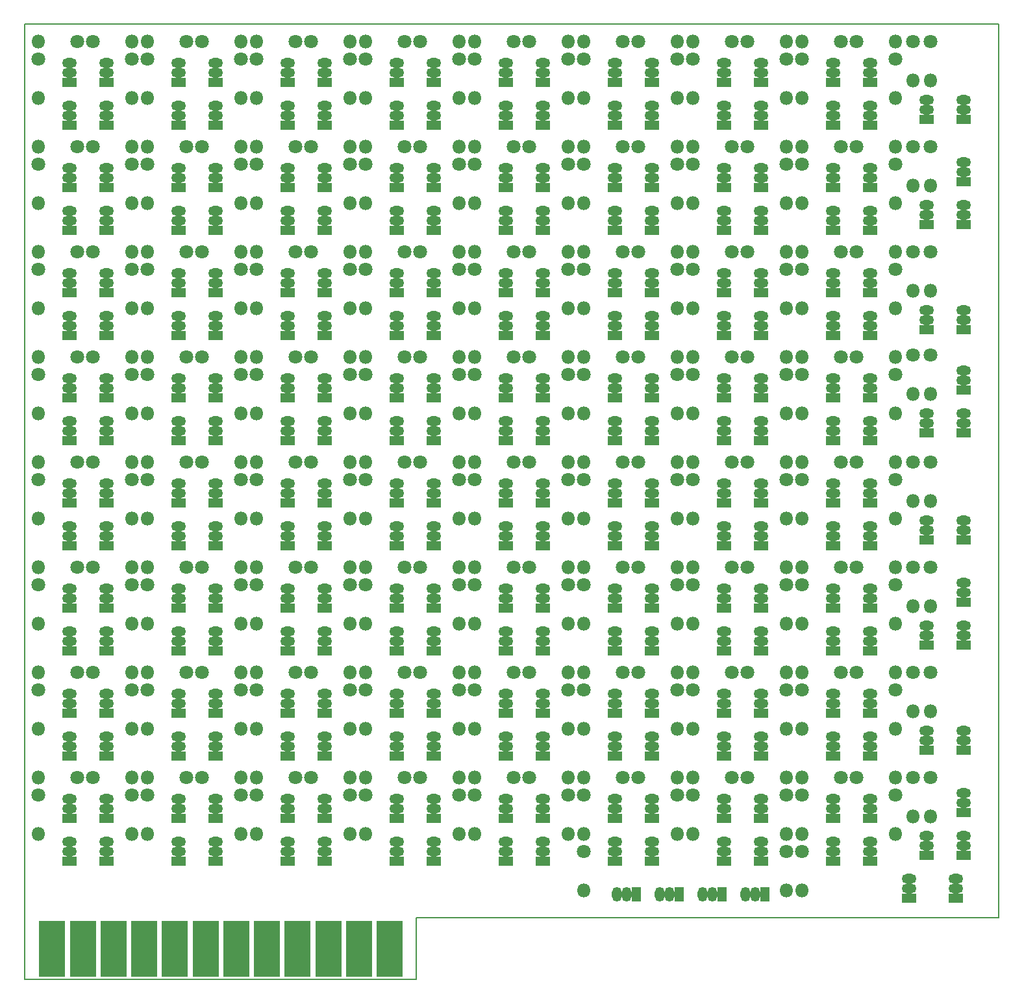
<source format=gbr>
%TF.GenerationSoftware,KiCad,Pcbnew,4.0.7-e2-6376~61~ubuntu18.04.1*%
%TF.CreationDate,2020-08-28T19:40:58+02:00*%
%TF.ProjectId,ram,72616D2E6B696361645F706362000000,rev?*%
%TF.FileFunction,Soldermask,Bot*%
%FSLAX46Y46*%
G04 Gerber Fmt 4.6, Leading zero omitted, Abs format (unit mm)*
G04 Created by KiCad (PCBNEW 4.0.7-e2-6376~61~ubuntu18.04.1) date Fri Aug 28 19:40:58 2020*
%MOMM*%
%LPD*%
G01*
G04 APERTURE LIST*
%ADD10C,0.100000*%
%ADD11C,0.150000*%
%ADD12O,1.300000X1.900000*%
%ADD13R,1.300000X1.900000*%
%ADD14R,3.400000X7.400000*%
%ADD15O,1.900000X1.300000*%
%ADD16R,1.900000X1.300000*%
%ADD17C,1.800000*%
%ADD18O,1.800000X1.800000*%
G04 APERTURE END LIST*
D10*
D11*
X79756000Y-150622000D02*
X80264000Y-150622000D01*
X79756000Y-158673800D02*
X79756000Y-150622000D01*
X28702000Y-158673800D02*
X79756000Y-158673800D01*
X28702000Y-151130000D02*
X28702000Y-158673800D01*
X127000000Y-150622000D02*
X80264000Y-150622000D01*
X28702000Y-34036000D02*
X28702000Y-151130000D01*
X28956000Y-34036000D02*
X28702000Y-34036000D01*
X155702000Y-34036000D02*
X28956000Y-34036000D01*
X155702000Y-116586000D02*
X155702000Y-34036000D01*
X155702000Y-150622000D02*
X155702000Y-116586000D01*
X127000000Y-150622000D02*
X155702000Y-150622000D01*
D12*
X107188000Y-147574000D03*
X105918000Y-147574000D03*
D13*
X108458000Y-147574000D03*
D12*
X118364000Y-147574000D03*
X117094000Y-147574000D03*
D13*
X119634000Y-147574000D03*
D14*
X32258000Y-154686000D03*
X36258000Y-154686000D03*
X40258000Y-154686000D03*
X44258000Y-154686000D03*
X48258000Y-154686000D03*
X52258000Y-154686000D03*
X56258000Y-154686000D03*
X60258000Y-154686000D03*
X64258000Y-154686000D03*
X68258000Y-154686000D03*
X72258000Y-154686000D03*
X76258000Y-154686000D03*
D15*
X34544000Y-40386000D03*
X34544000Y-39116000D03*
D16*
X34544000Y-41656000D03*
D15*
X39370000Y-40386000D03*
X39370000Y-39116000D03*
D16*
X39370000Y-41656000D03*
D15*
X48768000Y-40386000D03*
X48768000Y-39116000D03*
D16*
X48768000Y-41656000D03*
D15*
X53594000Y-40386000D03*
X53594000Y-39116000D03*
D16*
X53594000Y-41656000D03*
D15*
X62992000Y-40386000D03*
X62992000Y-39116000D03*
D16*
X62992000Y-41656000D03*
D15*
X67818000Y-40386000D03*
X67818000Y-39116000D03*
D16*
X67818000Y-41656000D03*
D15*
X77216000Y-40386000D03*
X77216000Y-39116000D03*
D16*
X77216000Y-41656000D03*
D15*
X82042000Y-40386000D03*
X82042000Y-39116000D03*
D16*
X82042000Y-41656000D03*
D15*
X91440000Y-40386000D03*
X91440000Y-39116000D03*
D16*
X91440000Y-41656000D03*
D15*
X96266000Y-40386000D03*
X96266000Y-39116000D03*
D16*
X96266000Y-41656000D03*
D15*
X105664000Y-40386000D03*
X105664000Y-39116000D03*
D16*
X105664000Y-41656000D03*
D15*
X110490000Y-40386000D03*
X110490000Y-39116000D03*
D16*
X110490000Y-41656000D03*
D15*
X119888000Y-40386000D03*
X119888000Y-39116000D03*
D16*
X119888000Y-41656000D03*
D15*
X124714000Y-40386000D03*
X124714000Y-39116000D03*
D16*
X124714000Y-41656000D03*
D15*
X134112000Y-40386000D03*
X134112000Y-39116000D03*
D16*
X134112000Y-41656000D03*
D15*
X138938000Y-40386000D03*
X138938000Y-39116000D03*
D16*
X138938000Y-41656000D03*
D15*
X34544000Y-45974000D03*
X34544000Y-44704000D03*
D16*
X34544000Y-47244000D03*
D15*
X39370000Y-45974000D03*
X39370000Y-44704000D03*
D16*
X39370000Y-47244000D03*
D15*
X48768000Y-45974000D03*
X48768000Y-44704000D03*
D16*
X48768000Y-47244000D03*
D15*
X53594000Y-45974000D03*
X53594000Y-44704000D03*
D16*
X53594000Y-47244000D03*
D15*
X62992000Y-45974000D03*
X62992000Y-44704000D03*
D16*
X62992000Y-47244000D03*
D15*
X67818000Y-45974000D03*
X67818000Y-44704000D03*
D16*
X67818000Y-47244000D03*
D15*
X77216000Y-45974000D03*
X77216000Y-44704000D03*
D16*
X77216000Y-47244000D03*
D15*
X82042000Y-45974000D03*
X82042000Y-44704000D03*
D16*
X82042000Y-47244000D03*
D15*
X91440000Y-45974000D03*
X91440000Y-44704000D03*
D16*
X91440000Y-47244000D03*
D15*
X96266000Y-45974000D03*
X96266000Y-44704000D03*
D16*
X96266000Y-47244000D03*
D15*
X105664000Y-45974000D03*
X105664000Y-44704000D03*
D16*
X105664000Y-47244000D03*
D15*
X110490000Y-45974000D03*
X110490000Y-44704000D03*
D16*
X110490000Y-47244000D03*
D15*
X119888000Y-45974000D03*
X119888000Y-44704000D03*
D16*
X119888000Y-47244000D03*
D15*
X124714000Y-45974000D03*
X124714000Y-44704000D03*
D16*
X124714000Y-47244000D03*
D15*
X134112000Y-45974000D03*
X134112000Y-44704000D03*
D16*
X134112000Y-47244000D03*
D15*
X138938000Y-45974000D03*
X138938000Y-44704000D03*
D16*
X138938000Y-47244000D03*
D15*
X146304000Y-45212000D03*
X146304000Y-43942000D03*
D16*
X146304000Y-46482000D03*
D15*
X151130000Y-45212000D03*
X151130000Y-43942000D03*
D16*
X151130000Y-46482000D03*
D15*
X34544000Y-54102000D03*
X34544000Y-52832000D03*
D16*
X34544000Y-55372000D03*
D15*
X39370000Y-54102000D03*
X39370000Y-52832000D03*
D16*
X39370000Y-55372000D03*
D15*
X48768000Y-54102000D03*
X48768000Y-52832000D03*
D16*
X48768000Y-55372000D03*
D15*
X53594000Y-54102000D03*
X53594000Y-52832000D03*
D16*
X53594000Y-55372000D03*
D15*
X62992000Y-54102000D03*
X62992000Y-52832000D03*
D16*
X62992000Y-55372000D03*
D15*
X67818000Y-54102000D03*
X67818000Y-52832000D03*
D16*
X67818000Y-55372000D03*
D15*
X77216000Y-54102000D03*
X77216000Y-52832000D03*
D16*
X77216000Y-55372000D03*
D15*
X82042000Y-54102000D03*
X82042000Y-52832000D03*
D16*
X82042000Y-55372000D03*
D15*
X91440000Y-54102000D03*
X91440000Y-52832000D03*
D16*
X91440000Y-55372000D03*
D15*
X96266000Y-54102000D03*
X96266000Y-52832000D03*
D16*
X96266000Y-55372000D03*
D15*
X105664000Y-54102000D03*
X105664000Y-52832000D03*
D16*
X105664000Y-55372000D03*
D15*
X110490000Y-54102000D03*
X110490000Y-52832000D03*
D16*
X110490000Y-55372000D03*
D15*
X119888000Y-54102000D03*
X119888000Y-52832000D03*
D16*
X119888000Y-55372000D03*
D15*
X124714000Y-54102000D03*
X124714000Y-52832000D03*
D16*
X124714000Y-55372000D03*
D15*
X134112000Y-54102000D03*
X134112000Y-52832000D03*
D16*
X134112000Y-55372000D03*
D15*
X138938000Y-54102000D03*
X138938000Y-52832000D03*
D16*
X138938000Y-55372000D03*
D15*
X34544000Y-59690000D03*
X34544000Y-58420000D03*
D16*
X34544000Y-60960000D03*
D15*
X39370000Y-59690000D03*
X39370000Y-58420000D03*
D16*
X39370000Y-60960000D03*
D15*
X48768000Y-59690000D03*
X48768000Y-58420000D03*
D16*
X48768000Y-60960000D03*
D15*
X53594000Y-59690000D03*
X53594000Y-58420000D03*
D16*
X53594000Y-60960000D03*
D15*
X62992000Y-59690000D03*
X62992000Y-58420000D03*
D16*
X62992000Y-60960000D03*
D15*
X67818000Y-59690000D03*
X67818000Y-58420000D03*
D16*
X67818000Y-60960000D03*
D15*
X77216000Y-59690000D03*
X77216000Y-58420000D03*
D16*
X77216000Y-60960000D03*
D15*
X82042000Y-59690000D03*
X82042000Y-58420000D03*
D16*
X82042000Y-60960000D03*
D15*
X91440000Y-59690000D03*
X91440000Y-58420000D03*
D16*
X91440000Y-60960000D03*
D15*
X96266000Y-59690000D03*
X96266000Y-58420000D03*
D16*
X96266000Y-60960000D03*
D15*
X105664000Y-59690000D03*
X105664000Y-58420000D03*
D16*
X105664000Y-60960000D03*
D15*
X110490000Y-59690000D03*
X110490000Y-58420000D03*
D16*
X110490000Y-60960000D03*
D15*
X119888000Y-59690000D03*
X119888000Y-58420000D03*
D16*
X119888000Y-60960000D03*
D15*
X124714000Y-59690000D03*
X124714000Y-58420000D03*
D16*
X124714000Y-60960000D03*
D15*
X134112000Y-59690000D03*
X134112000Y-58420000D03*
D16*
X134112000Y-60960000D03*
D15*
X138938000Y-59690000D03*
X138938000Y-58420000D03*
D16*
X138938000Y-60960000D03*
D15*
X146304000Y-58928000D03*
X146304000Y-57658000D03*
D16*
X146304000Y-60198000D03*
D15*
X151130000Y-58928000D03*
X151130000Y-57658000D03*
D16*
X151130000Y-60198000D03*
D15*
X34544000Y-67818000D03*
X34544000Y-66548000D03*
D16*
X34544000Y-69088000D03*
D15*
X39370000Y-67818000D03*
X39370000Y-66548000D03*
D16*
X39370000Y-69088000D03*
D15*
X48768000Y-67818000D03*
X48768000Y-66548000D03*
D16*
X48768000Y-69088000D03*
D15*
X53594000Y-67818000D03*
X53594000Y-66548000D03*
D16*
X53594000Y-69088000D03*
D15*
X62992000Y-67818000D03*
X62992000Y-66548000D03*
D16*
X62992000Y-69088000D03*
D15*
X67818000Y-67818000D03*
X67818000Y-66548000D03*
D16*
X67818000Y-69088000D03*
D15*
X77216000Y-67818000D03*
X77216000Y-66548000D03*
D16*
X77216000Y-69088000D03*
D15*
X82042000Y-67818000D03*
X82042000Y-66548000D03*
D16*
X82042000Y-69088000D03*
D15*
X91440000Y-67818000D03*
X91440000Y-66548000D03*
D16*
X91440000Y-69088000D03*
D15*
X96266000Y-67818000D03*
X96266000Y-66548000D03*
D16*
X96266000Y-69088000D03*
D15*
X105664000Y-67818000D03*
X105664000Y-66548000D03*
D16*
X105664000Y-69088000D03*
D15*
X110490000Y-67818000D03*
X110490000Y-66548000D03*
D16*
X110490000Y-69088000D03*
D15*
X119888000Y-67818000D03*
X119888000Y-66548000D03*
D16*
X119888000Y-69088000D03*
D15*
X124714000Y-67818000D03*
X124714000Y-66548000D03*
D16*
X124714000Y-69088000D03*
D15*
X134112000Y-67818000D03*
X134112000Y-66548000D03*
D16*
X134112000Y-69088000D03*
D15*
X138938000Y-67818000D03*
X138938000Y-66548000D03*
D16*
X138938000Y-69088000D03*
D15*
X34544000Y-73406000D03*
X34544000Y-72136000D03*
D16*
X34544000Y-74676000D03*
D15*
X39370000Y-73406000D03*
X39370000Y-72136000D03*
D16*
X39370000Y-74676000D03*
D15*
X48768000Y-73406000D03*
X48768000Y-72136000D03*
D16*
X48768000Y-74676000D03*
D15*
X53594000Y-73406000D03*
X53594000Y-72136000D03*
D16*
X53594000Y-74676000D03*
D15*
X62992000Y-73406000D03*
X62992000Y-72136000D03*
D16*
X62992000Y-74676000D03*
D15*
X67818000Y-73406000D03*
X67818000Y-72136000D03*
D16*
X67818000Y-74676000D03*
D15*
X77216000Y-73406000D03*
X77216000Y-72136000D03*
D16*
X77216000Y-74676000D03*
D15*
X82042000Y-73406000D03*
X82042000Y-72136000D03*
D16*
X82042000Y-74676000D03*
D15*
X91440000Y-73406000D03*
X91440000Y-72136000D03*
D16*
X91440000Y-74676000D03*
D15*
X96266000Y-73406000D03*
X96266000Y-72136000D03*
D16*
X96266000Y-74676000D03*
D15*
X105664000Y-73406000D03*
X105664000Y-72136000D03*
D16*
X105664000Y-74676000D03*
D15*
X110490000Y-73406000D03*
X110490000Y-72136000D03*
D16*
X110490000Y-74676000D03*
D15*
X119888000Y-73406000D03*
X119888000Y-72136000D03*
D16*
X119888000Y-74676000D03*
D15*
X124714000Y-73406000D03*
X124714000Y-72136000D03*
D16*
X124714000Y-74676000D03*
D15*
X134112000Y-73406000D03*
X134112000Y-72136000D03*
D16*
X134112000Y-74676000D03*
D15*
X138938000Y-73406000D03*
X138938000Y-72136000D03*
D16*
X138938000Y-74676000D03*
D15*
X151130000Y-53340000D03*
X151130000Y-52070000D03*
D16*
X151130000Y-54610000D03*
D15*
X146304000Y-72644000D03*
X146304000Y-71374000D03*
D16*
X146304000Y-73914000D03*
D15*
X151130000Y-72644000D03*
X151130000Y-71374000D03*
D16*
X151130000Y-73914000D03*
D15*
X34544000Y-81534000D03*
X34544000Y-80264000D03*
D16*
X34544000Y-82804000D03*
D15*
X39370000Y-81534000D03*
X39370000Y-80264000D03*
D16*
X39370000Y-82804000D03*
D15*
X48768000Y-81534000D03*
X48768000Y-80264000D03*
D16*
X48768000Y-82804000D03*
D15*
X53594000Y-81534000D03*
X53594000Y-80264000D03*
D16*
X53594000Y-82804000D03*
D15*
X62992000Y-81534000D03*
X62992000Y-80264000D03*
D16*
X62992000Y-82804000D03*
D15*
X67818000Y-81534000D03*
X67818000Y-80264000D03*
D16*
X67818000Y-82804000D03*
D15*
X77216000Y-81534000D03*
X77216000Y-80264000D03*
D16*
X77216000Y-82804000D03*
D15*
X82042000Y-81534000D03*
X82042000Y-80264000D03*
D16*
X82042000Y-82804000D03*
D15*
X91440000Y-81534000D03*
X91440000Y-80264000D03*
D16*
X91440000Y-82804000D03*
D15*
X96266000Y-81534000D03*
X96266000Y-80264000D03*
D16*
X96266000Y-82804000D03*
D15*
X105664000Y-81534000D03*
X105664000Y-80264000D03*
D16*
X105664000Y-82804000D03*
D15*
X110490000Y-81534000D03*
X110490000Y-80264000D03*
D16*
X110490000Y-82804000D03*
D15*
X119888000Y-81534000D03*
X119888000Y-80264000D03*
D16*
X119888000Y-82804000D03*
D15*
X124714000Y-81534000D03*
X124714000Y-80264000D03*
D16*
X124714000Y-82804000D03*
D15*
X134112000Y-81534000D03*
X134112000Y-80264000D03*
D16*
X134112000Y-82804000D03*
D15*
X138938000Y-81534000D03*
X138938000Y-80264000D03*
D16*
X138938000Y-82804000D03*
D15*
X34544000Y-87122000D03*
X34544000Y-85852000D03*
D16*
X34544000Y-88392000D03*
D15*
X39370000Y-87122000D03*
X39370000Y-85852000D03*
D16*
X39370000Y-88392000D03*
D15*
X48768000Y-87122000D03*
X48768000Y-85852000D03*
D16*
X48768000Y-88392000D03*
D15*
X53594000Y-87122000D03*
X53594000Y-85852000D03*
D16*
X53594000Y-88392000D03*
D15*
X62992000Y-87122000D03*
X62992000Y-85852000D03*
D16*
X62992000Y-88392000D03*
D15*
X67818000Y-87122000D03*
X67818000Y-85852000D03*
D16*
X67818000Y-88392000D03*
D15*
X77216000Y-87122000D03*
X77216000Y-85852000D03*
D16*
X77216000Y-88392000D03*
D15*
X82042000Y-87122000D03*
X82042000Y-85852000D03*
D16*
X82042000Y-88392000D03*
D15*
X91440000Y-87122000D03*
X91440000Y-85852000D03*
D16*
X91440000Y-88392000D03*
D15*
X96266000Y-87122000D03*
X96266000Y-85852000D03*
D16*
X96266000Y-88392000D03*
D15*
X105664000Y-87122000D03*
X105664000Y-85852000D03*
D16*
X105664000Y-88392000D03*
D15*
X110490000Y-87122000D03*
X110490000Y-85852000D03*
D16*
X110490000Y-88392000D03*
D15*
X119888000Y-87122000D03*
X119888000Y-85852000D03*
D16*
X119888000Y-88392000D03*
D15*
X124714000Y-87122000D03*
X124714000Y-85852000D03*
D16*
X124714000Y-88392000D03*
D15*
X134112000Y-87122000D03*
X134112000Y-85852000D03*
D16*
X134112000Y-88392000D03*
D15*
X138938000Y-87122000D03*
X138938000Y-85852000D03*
D16*
X138938000Y-88392000D03*
D15*
X146304000Y-86106000D03*
X146304000Y-84836000D03*
D16*
X146304000Y-87376000D03*
D15*
X151130000Y-86106000D03*
X151130000Y-84836000D03*
D16*
X151130000Y-87376000D03*
D15*
X34544000Y-95250000D03*
X34544000Y-93980000D03*
D16*
X34544000Y-96520000D03*
D15*
X39370000Y-95250000D03*
X39370000Y-93980000D03*
D16*
X39370000Y-96520000D03*
D15*
X48768000Y-95250000D03*
X48768000Y-93980000D03*
D16*
X48768000Y-96520000D03*
D15*
X53594000Y-95250000D03*
X53594000Y-93980000D03*
D16*
X53594000Y-96520000D03*
D15*
X62992000Y-95250000D03*
X62992000Y-93980000D03*
D16*
X62992000Y-96520000D03*
D15*
X67818000Y-95250000D03*
X67818000Y-93980000D03*
D16*
X67818000Y-96520000D03*
D15*
X77216000Y-95250000D03*
X77216000Y-93980000D03*
D16*
X77216000Y-96520000D03*
D15*
X82042000Y-95250000D03*
X82042000Y-93980000D03*
D16*
X82042000Y-96520000D03*
D15*
X91440000Y-95250000D03*
X91440000Y-93980000D03*
D16*
X91440000Y-96520000D03*
D15*
X96266000Y-95250000D03*
X96266000Y-93980000D03*
D16*
X96266000Y-96520000D03*
D15*
X105664000Y-95250000D03*
X105664000Y-93980000D03*
D16*
X105664000Y-96520000D03*
D15*
X110490000Y-95250000D03*
X110490000Y-93980000D03*
D16*
X110490000Y-96520000D03*
D15*
X119888000Y-95250000D03*
X119888000Y-93980000D03*
D16*
X119888000Y-96520000D03*
D15*
X124714000Y-95250000D03*
X124714000Y-93980000D03*
D16*
X124714000Y-96520000D03*
D15*
X134112000Y-95250000D03*
X134112000Y-93980000D03*
D16*
X134112000Y-96520000D03*
D15*
X138938000Y-95250000D03*
X138938000Y-93980000D03*
D16*
X138938000Y-96520000D03*
D15*
X34544000Y-100838000D03*
X34544000Y-99568000D03*
D16*
X34544000Y-102108000D03*
D15*
X39370000Y-100838000D03*
X39370000Y-99568000D03*
D16*
X39370000Y-102108000D03*
D15*
X48768000Y-100838000D03*
X48768000Y-99568000D03*
D16*
X48768000Y-102108000D03*
D15*
X53594000Y-100838000D03*
X53594000Y-99568000D03*
D16*
X53594000Y-102108000D03*
D15*
X62992000Y-100838000D03*
X62992000Y-99568000D03*
D16*
X62992000Y-102108000D03*
D15*
X67818000Y-100838000D03*
X67818000Y-99568000D03*
D16*
X67818000Y-102108000D03*
D15*
X77216000Y-100838000D03*
X77216000Y-99568000D03*
D16*
X77216000Y-102108000D03*
D15*
X82042000Y-100838000D03*
X82042000Y-99568000D03*
D16*
X82042000Y-102108000D03*
D15*
X91440000Y-100838000D03*
X91440000Y-99568000D03*
D16*
X91440000Y-102108000D03*
D15*
X96266000Y-100838000D03*
X96266000Y-99568000D03*
D16*
X96266000Y-102108000D03*
D15*
X105664000Y-100838000D03*
X105664000Y-99568000D03*
D16*
X105664000Y-102108000D03*
D15*
X110490000Y-100838000D03*
X110490000Y-99568000D03*
D16*
X110490000Y-102108000D03*
D15*
X119888000Y-100838000D03*
X119888000Y-99568000D03*
D16*
X119888000Y-102108000D03*
D15*
X124714000Y-100838000D03*
X124714000Y-99568000D03*
D16*
X124714000Y-102108000D03*
D15*
X134112000Y-100838000D03*
X134112000Y-99568000D03*
D16*
X134112000Y-102108000D03*
D15*
X138938000Y-100838000D03*
X138938000Y-99568000D03*
D16*
X138938000Y-102108000D03*
D15*
X151130000Y-80518000D03*
X151130000Y-79248000D03*
D16*
X151130000Y-81788000D03*
D12*
X123952000Y-147574000D03*
X122682000Y-147574000D03*
D13*
X125222000Y-147574000D03*
D15*
X146304000Y-100076000D03*
X146304000Y-98806000D03*
D16*
X146304000Y-101346000D03*
D15*
X151130000Y-100076000D03*
X151130000Y-98806000D03*
D16*
X151130000Y-101346000D03*
D15*
X34544000Y-108966000D03*
X34544000Y-107696000D03*
D16*
X34544000Y-110236000D03*
D15*
X39370000Y-108966000D03*
X39370000Y-107696000D03*
D16*
X39370000Y-110236000D03*
D15*
X48768000Y-108966000D03*
X48768000Y-107696000D03*
D16*
X48768000Y-110236000D03*
D15*
X53594000Y-108966000D03*
X53594000Y-107696000D03*
D16*
X53594000Y-110236000D03*
D15*
X62992000Y-108966000D03*
X62992000Y-107696000D03*
D16*
X62992000Y-110236000D03*
D15*
X67818000Y-108966000D03*
X67818000Y-107696000D03*
D16*
X67818000Y-110236000D03*
D15*
X77216000Y-108966000D03*
X77216000Y-107696000D03*
D16*
X77216000Y-110236000D03*
D15*
X82042000Y-108966000D03*
X82042000Y-107696000D03*
D16*
X82042000Y-110236000D03*
D15*
X91440000Y-108966000D03*
X91440000Y-107696000D03*
D16*
X91440000Y-110236000D03*
D15*
X96266000Y-108966000D03*
X96266000Y-107696000D03*
D16*
X96266000Y-110236000D03*
D15*
X105664000Y-108966000D03*
X105664000Y-107696000D03*
D16*
X105664000Y-110236000D03*
D15*
X110490000Y-108966000D03*
X110490000Y-107696000D03*
D16*
X110490000Y-110236000D03*
D15*
X119888000Y-108966000D03*
X119888000Y-107696000D03*
D16*
X119888000Y-110236000D03*
D15*
X124714000Y-108966000D03*
X124714000Y-107696000D03*
D16*
X124714000Y-110236000D03*
D15*
X134112000Y-108966000D03*
X134112000Y-107696000D03*
D16*
X134112000Y-110236000D03*
D15*
X138938000Y-108966000D03*
X138938000Y-107696000D03*
D16*
X138938000Y-110236000D03*
D15*
X34544000Y-114554000D03*
X34544000Y-113284000D03*
D16*
X34544000Y-115824000D03*
D15*
X39370000Y-114554000D03*
X39370000Y-113284000D03*
D16*
X39370000Y-115824000D03*
D15*
X48768000Y-114554000D03*
X48768000Y-113284000D03*
D16*
X48768000Y-115824000D03*
D15*
X53594000Y-114554000D03*
X53594000Y-113284000D03*
D16*
X53594000Y-115824000D03*
D15*
X62992000Y-114554000D03*
X62992000Y-113284000D03*
D16*
X62992000Y-115824000D03*
D15*
X67818000Y-114554000D03*
X67818000Y-113284000D03*
D16*
X67818000Y-115824000D03*
D15*
X77216000Y-114554000D03*
X77216000Y-113284000D03*
D16*
X77216000Y-115824000D03*
D15*
X82042000Y-114554000D03*
X82042000Y-113284000D03*
D16*
X82042000Y-115824000D03*
D15*
X91440000Y-114554000D03*
X91440000Y-113284000D03*
D16*
X91440000Y-115824000D03*
D15*
X96266000Y-114554000D03*
X96266000Y-113284000D03*
D16*
X96266000Y-115824000D03*
D15*
X105664000Y-114554000D03*
X105664000Y-113284000D03*
D16*
X105664000Y-115824000D03*
D15*
X110490000Y-114554000D03*
X110490000Y-113284000D03*
D16*
X110490000Y-115824000D03*
D15*
X119888000Y-114554000D03*
X119888000Y-113284000D03*
D16*
X119888000Y-115824000D03*
D15*
X124714000Y-114554000D03*
X124714000Y-113284000D03*
D16*
X124714000Y-115824000D03*
D15*
X134112000Y-114554000D03*
X134112000Y-113284000D03*
D16*
X134112000Y-115824000D03*
D15*
X138938000Y-114554000D03*
X138938000Y-113284000D03*
D16*
X138938000Y-115824000D03*
D15*
X146304000Y-113792000D03*
X146304000Y-112522000D03*
D16*
X146304000Y-115062000D03*
D15*
X151130000Y-113792000D03*
X151130000Y-112522000D03*
D16*
X151130000Y-115062000D03*
D15*
X34544000Y-122682000D03*
X34544000Y-121412000D03*
D16*
X34544000Y-123952000D03*
D15*
X39370000Y-122682000D03*
X39370000Y-121412000D03*
D16*
X39370000Y-123952000D03*
D15*
X48768000Y-122682000D03*
X48768000Y-121412000D03*
D16*
X48768000Y-123952000D03*
D15*
X53594000Y-122682000D03*
X53594000Y-121412000D03*
D16*
X53594000Y-123952000D03*
D15*
X62992000Y-122682000D03*
X62992000Y-121412000D03*
D16*
X62992000Y-123952000D03*
D15*
X67818000Y-122682000D03*
X67818000Y-121412000D03*
D16*
X67818000Y-123952000D03*
D15*
X77216000Y-122682000D03*
X77216000Y-121412000D03*
D16*
X77216000Y-123952000D03*
D15*
X82042000Y-122682000D03*
X82042000Y-121412000D03*
D16*
X82042000Y-123952000D03*
D15*
X91440000Y-122682000D03*
X91440000Y-121412000D03*
D16*
X91440000Y-123952000D03*
D15*
X96266000Y-122682000D03*
X96266000Y-121412000D03*
D16*
X96266000Y-123952000D03*
D15*
X105664000Y-122682000D03*
X105664000Y-121412000D03*
D16*
X105664000Y-123952000D03*
D15*
X110490000Y-122682000D03*
X110490000Y-121412000D03*
D16*
X110490000Y-123952000D03*
D15*
X119888000Y-122682000D03*
X119888000Y-121412000D03*
D16*
X119888000Y-123952000D03*
D15*
X124714000Y-122682000D03*
X124714000Y-121412000D03*
D16*
X124714000Y-123952000D03*
D15*
X134112000Y-122682000D03*
X134112000Y-121412000D03*
D16*
X134112000Y-123952000D03*
D15*
X138938000Y-122682000D03*
X138938000Y-121412000D03*
D16*
X138938000Y-123952000D03*
D15*
X34544000Y-128270000D03*
X34544000Y-127000000D03*
D16*
X34544000Y-129540000D03*
D15*
X39370000Y-128270000D03*
X39370000Y-127000000D03*
D16*
X39370000Y-129540000D03*
D15*
X48768000Y-128270000D03*
X48768000Y-127000000D03*
D16*
X48768000Y-129540000D03*
D15*
X53594000Y-128270000D03*
X53594000Y-127000000D03*
D16*
X53594000Y-129540000D03*
D15*
X62992000Y-128270000D03*
X62992000Y-127000000D03*
D16*
X62992000Y-129540000D03*
D15*
X67818000Y-128270000D03*
X67818000Y-127000000D03*
D16*
X67818000Y-129540000D03*
D15*
X77216000Y-128270000D03*
X77216000Y-127000000D03*
D16*
X77216000Y-129540000D03*
D15*
X82042000Y-128270000D03*
X82042000Y-127000000D03*
D16*
X82042000Y-129540000D03*
D15*
X91440000Y-128270000D03*
X91440000Y-127000000D03*
D16*
X91440000Y-129540000D03*
D15*
X96266000Y-128270000D03*
X96266000Y-127000000D03*
D16*
X96266000Y-129540000D03*
D15*
X105664000Y-128270000D03*
X105664000Y-127000000D03*
D16*
X105664000Y-129540000D03*
D15*
X110490000Y-128270000D03*
X110490000Y-127000000D03*
D16*
X110490000Y-129540000D03*
D15*
X119888000Y-128270000D03*
X119888000Y-127000000D03*
D16*
X119888000Y-129540000D03*
D15*
X124714000Y-128270000D03*
X124714000Y-127000000D03*
D16*
X124714000Y-129540000D03*
D15*
X134112000Y-128270000D03*
X134112000Y-127000000D03*
D16*
X134112000Y-129540000D03*
D15*
X138938000Y-128270000D03*
X138938000Y-127000000D03*
D16*
X138938000Y-129540000D03*
D15*
X151130000Y-108204000D03*
X151130000Y-106934000D03*
D16*
X151130000Y-109474000D03*
D15*
X146304000Y-127508000D03*
X146304000Y-126238000D03*
D16*
X146304000Y-128778000D03*
D15*
X151130000Y-127508000D03*
X151130000Y-126238000D03*
D16*
X151130000Y-128778000D03*
D15*
X34544000Y-136398000D03*
X34544000Y-135128000D03*
D16*
X34544000Y-137668000D03*
D15*
X39370000Y-136398000D03*
X39370000Y-135128000D03*
D16*
X39370000Y-137668000D03*
D15*
X48768000Y-136398000D03*
X48768000Y-135128000D03*
D16*
X48768000Y-137668000D03*
D15*
X53594000Y-136398000D03*
X53594000Y-135128000D03*
D16*
X53594000Y-137668000D03*
D15*
X62992000Y-136398000D03*
X62992000Y-135128000D03*
D16*
X62992000Y-137668000D03*
D15*
X67818000Y-136398000D03*
X67818000Y-135128000D03*
D16*
X67818000Y-137668000D03*
D15*
X77216000Y-136398000D03*
X77216000Y-135128000D03*
D16*
X77216000Y-137668000D03*
D15*
X82042000Y-136398000D03*
X82042000Y-135128000D03*
D16*
X82042000Y-137668000D03*
D15*
X91440000Y-136398000D03*
X91440000Y-135128000D03*
D16*
X91440000Y-137668000D03*
D15*
X96266000Y-136398000D03*
X96266000Y-135128000D03*
D16*
X96266000Y-137668000D03*
D15*
X105664000Y-136398000D03*
X105664000Y-135128000D03*
D16*
X105664000Y-137668000D03*
D15*
X110490000Y-136398000D03*
X110490000Y-135128000D03*
D16*
X110490000Y-137668000D03*
D15*
X119888000Y-136398000D03*
X119888000Y-135128000D03*
D16*
X119888000Y-137668000D03*
D15*
X124714000Y-136398000D03*
X124714000Y-135128000D03*
D16*
X124714000Y-137668000D03*
D15*
X134112000Y-136398000D03*
X134112000Y-135128000D03*
D16*
X134112000Y-137668000D03*
D15*
X138938000Y-136398000D03*
X138938000Y-135128000D03*
D16*
X138938000Y-137668000D03*
D15*
X34544000Y-141986000D03*
X34544000Y-140716000D03*
D16*
X34544000Y-143256000D03*
D15*
X39370000Y-141986000D03*
X39370000Y-140716000D03*
D16*
X39370000Y-143256000D03*
D15*
X48768000Y-141986000D03*
X48768000Y-140716000D03*
D16*
X48768000Y-143256000D03*
D15*
X53594000Y-141986000D03*
X53594000Y-140716000D03*
D16*
X53594000Y-143256000D03*
D15*
X62992000Y-141986000D03*
X62992000Y-140716000D03*
D16*
X62992000Y-143256000D03*
D15*
X67818000Y-141986000D03*
X67818000Y-140716000D03*
D16*
X67818000Y-143256000D03*
D15*
X77216000Y-141986000D03*
X77216000Y-140716000D03*
D16*
X77216000Y-143256000D03*
D15*
X82042000Y-141986000D03*
X82042000Y-140716000D03*
D16*
X82042000Y-143256000D03*
D15*
X91440000Y-141986000D03*
X91440000Y-140716000D03*
D16*
X91440000Y-143256000D03*
D15*
X96266000Y-141986000D03*
X96266000Y-140716000D03*
D16*
X96266000Y-143256000D03*
D15*
X105664000Y-141986000D03*
X105664000Y-140716000D03*
D16*
X105664000Y-143256000D03*
D15*
X110490000Y-141986000D03*
X110490000Y-140716000D03*
D16*
X110490000Y-143256000D03*
D15*
X119888000Y-141986000D03*
X119888000Y-140716000D03*
D16*
X119888000Y-143256000D03*
D15*
X124714000Y-141986000D03*
X124714000Y-140716000D03*
D16*
X124714000Y-143256000D03*
D15*
X134112000Y-141986000D03*
X134112000Y-140716000D03*
D16*
X134112000Y-143256000D03*
D15*
X138938000Y-141986000D03*
X138938000Y-140716000D03*
D16*
X138938000Y-143256000D03*
D15*
X146304000Y-141224000D03*
X146304000Y-139954000D03*
D16*
X146304000Y-142494000D03*
D15*
X151130000Y-141224000D03*
X151130000Y-139954000D03*
D16*
X151130000Y-142494000D03*
D15*
X151130000Y-135636000D03*
X151130000Y-134366000D03*
D16*
X151130000Y-136906000D03*
D15*
X144018000Y-146812000D03*
X144018000Y-145542000D03*
D16*
X144018000Y-148082000D03*
D15*
X150114000Y-146812000D03*
X150114000Y-145542000D03*
D16*
X150114000Y-148082000D03*
D12*
X112776000Y-147574000D03*
X111506000Y-147574000D03*
D13*
X114046000Y-147574000D03*
D17*
X35560000Y-36322000D03*
D18*
X30480000Y-36322000D03*
D17*
X37592000Y-36322000D03*
D18*
X42672000Y-36322000D03*
D17*
X49784000Y-36322000D03*
D18*
X44704000Y-36322000D03*
D17*
X51816000Y-36322000D03*
D18*
X56896000Y-36322000D03*
D17*
X64008000Y-36322000D03*
D18*
X58928000Y-36322000D03*
D17*
X66040000Y-36322000D03*
D18*
X71120000Y-36322000D03*
D17*
X78232000Y-36322000D03*
D18*
X73152000Y-36322000D03*
D17*
X80264000Y-36322000D03*
D18*
X85344000Y-36322000D03*
D17*
X92456000Y-36322000D03*
D18*
X87376000Y-36322000D03*
D17*
X94488000Y-36322000D03*
D18*
X99568000Y-36322000D03*
D17*
X106680000Y-36322000D03*
D18*
X101600000Y-36322000D03*
D17*
X108712000Y-36322000D03*
D18*
X113792000Y-36322000D03*
D17*
X120904000Y-36322000D03*
D18*
X115824000Y-36322000D03*
D17*
X122936000Y-36322000D03*
D18*
X128016000Y-36322000D03*
D17*
X135128000Y-36322000D03*
D18*
X130048000Y-36322000D03*
D17*
X137160000Y-36322000D03*
D18*
X142240000Y-36322000D03*
D17*
X30480000Y-38608000D03*
D18*
X30480000Y-43688000D03*
D17*
X42672000Y-38608000D03*
D18*
X42672000Y-43688000D03*
D17*
X44704000Y-38608000D03*
D18*
X44704000Y-43688000D03*
D17*
X56896000Y-38608000D03*
D18*
X56896000Y-43688000D03*
D17*
X58928000Y-38608000D03*
D18*
X58928000Y-43688000D03*
D17*
X71120000Y-38608000D03*
D18*
X71120000Y-43688000D03*
D17*
X73152000Y-38608000D03*
D18*
X73152000Y-43688000D03*
D17*
X85344000Y-38608000D03*
D18*
X85344000Y-43688000D03*
D17*
X87376000Y-38608000D03*
D18*
X87376000Y-43688000D03*
D17*
X99568000Y-38608000D03*
D18*
X99568000Y-43688000D03*
D17*
X101600000Y-38608000D03*
D18*
X101600000Y-43688000D03*
D17*
X113792000Y-38608000D03*
D18*
X113792000Y-43688000D03*
D17*
X115824000Y-38608000D03*
D18*
X115824000Y-43688000D03*
D17*
X128016000Y-38608000D03*
D18*
X128016000Y-43688000D03*
D17*
X130048000Y-38608000D03*
D18*
X130048000Y-43688000D03*
D17*
X142240000Y-38608000D03*
D18*
X142240000Y-43688000D03*
D17*
X144526000Y-36322000D03*
D18*
X144526000Y-41402000D03*
D17*
X146812000Y-36322000D03*
D18*
X146812000Y-41402000D03*
D17*
X35560000Y-50038000D03*
D18*
X30480000Y-50038000D03*
D17*
X37592000Y-50038000D03*
D18*
X42672000Y-50038000D03*
D17*
X49784000Y-50038000D03*
D18*
X44704000Y-50038000D03*
D17*
X51816000Y-50038000D03*
D18*
X56896000Y-50038000D03*
D17*
X64008000Y-50038000D03*
D18*
X58928000Y-50038000D03*
D17*
X66040000Y-50038000D03*
D18*
X71120000Y-50038000D03*
D17*
X78232000Y-50038000D03*
D18*
X73152000Y-50038000D03*
D17*
X80264000Y-50038000D03*
D18*
X85344000Y-50038000D03*
D17*
X92456000Y-50038000D03*
D18*
X87376000Y-50038000D03*
D17*
X94488000Y-50038000D03*
D18*
X99568000Y-50038000D03*
D17*
X106680000Y-50038000D03*
D18*
X101600000Y-50038000D03*
D17*
X108712000Y-50038000D03*
D18*
X113792000Y-50038000D03*
D17*
X120904000Y-50038000D03*
D18*
X115824000Y-50038000D03*
D17*
X122936000Y-50038000D03*
D18*
X128016000Y-50038000D03*
D17*
X135128000Y-50038000D03*
D18*
X130048000Y-50038000D03*
D17*
X137160000Y-50038000D03*
D18*
X142240000Y-50038000D03*
D17*
X30480000Y-52324000D03*
D18*
X30480000Y-57404000D03*
D17*
X42672000Y-52324000D03*
D18*
X42672000Y-57404000D03*
D17*
X44704000Y-52324000D03*
D18*
X44704000Y-57404000D03*
D17*
X56896000Y-52324000D03*
D18*
X56896000Y-57404000D03*
D17*
X58928000Y-52324000D03*
D18*
X58928000Y-57404000D03*
D17*
X71120000Y-52324000D03*
D18*
X71120000Y-57404000D03*
D17*
X73152000Y-52324000D03*
D18*
X73152000Y-57404000D03*
D17*
X85344000Y-52324000D03*
D18*
X85344000Y-57404000D03*
D17*
X87376000Y-52324000D03*
D18*
X87376000Y-57404000D03*
D17*
X99568000Y-52324000D03*
D18*
X99568000Y-57404000D03*
D17*
X101600000Y-52324000D03*
D18*
X101600000Y-57404000D03*
D17*
X113792000Y-52324000D03*
D18*
X113792000Y-57404000D03*
D17*
X115824000Y-52324000D03*
D18*
X115824000Y-57404000D03*
D17*
X128016000Y-52324000D03*
D18*
X128016000Y-57404000D03*
D17*
X130048000Y-52324000D03*
D18*
X130048000Y-57404000D03*
D17*
X142240000Y-52324000D03*
D18*
X142240000Y-57404000D03*
D17*
X144526000Y-50038000D03*
D18*
X144526000Y-55118000D03*
D17*
X146812000Y-50038000D03*
D18*
X146812000Y-55118000D03*
D17*
X35560000Y-63754000D03*
D18*
X30480000Y-63754000D03*
D17*
X37592000Y-63754000D03*
D18*
X42672000Y-63754000D03*
D17*
X49784000Y-63754000D03*
D18*
X44704000Y-63754000D03*
D17*
X51816000Y-63754000D03*
D18*
X56896000Y-63754000D03*
D17*
X64008000Y-63754000D03*
D18*
X58928000Y-63754000D03*
D17*
X66040000Y-63754000D03*
D18*
X71120000Y-63754000D03*
D17*
X78232000Y-63754000D03*
D18*
X73152000Y-63754000D03*
D17*
X80264000Y-63754000D03*
D18*
X85344000Y-63754000D03*
D17*
X92456000Y-63754000D03*
D18*
X87376000Y-63754000D03*
D17*
X94488000Y-63754000D03*
D18*
X99568000Y-63754000D03*
D17*
X106680000Y-63754000D03*
D18*
X101600000Y-63754000D03*
D17*
X108712000Y-63754000D03*
D18*
X113792000Y-63754000D03*
D17*
X120904000Y-63754000D03*
D18*
X115824000Y-63754000D03*
D17*
X122936000Y-63754000D03*
D18*
X128016000Y-63754000D03*
D17*
X135128000Y-63754000D03*
D18*
X130048000Y-63754000D03*
D17*
X137160000Y-63754000D03*
D18*
X142240000Y-63754000D03*
D17*
X30480000Y-66040000D03*
D18*
X30480000Y-71120000D03*
D17*
X42672000Y-66040000D03*
D18*
X42672000Y-71120000D03*
D17*
X44704000Y-66040000D03*
D18*
X44704000Y-71120000D03*
D17*
X56896000Y-66040000D03*
D18*
X56896000Y-71120000D03*
D17*
X58928000Y-66040000D03*
D18*
X58928000Y-71120000D03*
D17*
X71120000Y-66040000D03*
D18*
X71120000Y-71120000D03*
D17*
X73152000Y-66040000D03*
D18*
X73152000Y-71120000D03*
D17*
X85344000Y-66040000D03*
D18*
X85344000Y-71120000D03*
D17*
X87376000Y-66040000D03*
D18*
X87376000Y-71120000D03*
D17*
X99568000Y-66040000D03*
D18*
X99568000Y-71120000D03*
D17*
X101600000Y-66040000D03*
D18*
X101600000Y-71120000D03*
D17*
X113792000Y-66040000D03*
D18*
X113792000Y-71120000D03*
D17*
X115824000Y-66040000D03*
D18*
X115824000Y-71120000D03*
D17*
X128016000Y-66040000D03*
D18*
X128016000Y-71120000D03*
D17*
X130048000Y-66040000D03*
D18*
X130048000Y-71120000D03*
D17*
X142240000Y-66040000D03*
D18*
X142240000Y-71120000D03*
D17*
X144526000Y-63754000D03*
D18*
X144526000Y-68834000D03*
D17*
X146812000Y-63754000D03*
D18*
X146812000Y-68834000D03*
D17*
X35560000Y-77470000D03*
D18*
X30480000Y-77470000D03*
D17*
X37592000Y-77470000D03*
D18*
X42672000Y-77470000D03*
D17*
X49784000Y-77470000D03*
D18*
X44704000Y-77470000D03*
D17*
X51816000Y-77470000D03*
D18*
X56896000Y-77470000D03*
D17*
X64008000Y-77470000D03*
D18*
X58928000Y-77470000D03*
D17*
X66040000Y-77470000D03*
D18*
X71120000Y-77470000D03*
D17*
X78232000Y-77470000D03*
D18*
X73152000Y-77470000D03*
D17*
X80264000Y-77470000D03*
D18*
X85344000Y-77470000D03*
D17*
X92456000Y-77470000D03*
D18*
X87376000Y-77470000D03*
D17*
X94488000Y-77470000D03*
D18*
X99568000Y-77470000D03*
D17*
X106680000Y-77470000D03*
D18*
X101600000Y-77470000D03*
D17*
X108712000Y-77470000D03*
D18*
X113792000Y-77470000D03*
D17*
X120904000Y-77470000D03*
D18*
X115824000Y-77470000D03*
D17*
X122936000Y-77470000D03*
D18*
X128016000Y-77470000D03*
D17*
X135128000Y-77470000D03*
D18*
X130048000Y-77470000D03*
D17*
X137160000Y-77470000D03*
D18*
X142240000Y-77470000D03*
D17*
X30480000Y-79756000D03*
D18*
X30480000Y-84836000D03*
D17*
X42672000Y-79756000D03*
D18*
X42672000Y-84836000D03*
D17*
X44704000Y-79756000D03*
D18*
X44704000Y-84836000D03*
D17*
X56896000Y-79756000D03*
D18*
X56896000Y-84836000D03*
D17*
X58928000Y-79756000D03*
D18*
X58928000Y-84836000D03*
D17*
X71120000Y-79756000D03*
D18*
X71120000Y-84836000D03*
D17*
X73152000Y-79756000D03*
D18*
X73152000Y-84836000D03*
D17*
X85344000Y-79756000D03*
D18*
X85344000Y-84836000D03*
D17*
X87376000Y-79756000D03*
D18*
X87376000Y-84836000D03*
D17*
X99568000Y-79756000D03*
D18*
X99568000Y-84836000D03*
D17*
X101600000Y-79756000D03*
D18*
X101600000Y-84836000D03*
D17*
X113792000Y-79756000D03*
D18*
X113792000Y-84836000D03*
D17*
X115824000Y-79756000D03*
D18*
X115824000Y-84836000D03*
D17*
X128016000Y-79756000D03*
D18*
X128016000Y-84836000D03*
D17*
X130048000Y-79756000D03*
D18*
X130048000Y-84836000D03*
D17*
X142240000Y-79756000D03*
D18*
X142240000Y-84836000D03*
D17*
X144526000Y-77216000D03*
D18*
X144526000Y-82296000D03*
D17*
X146812000Y-77216000D03*
D18*
X146812000Y-82296000D03*
D17*
X35560000Y-91186000D03*
D18*
X30480000Y-91186000D03*
D17*
X37592000Y-91186000D03*
D18*
X42672000Y-91186000D03*
D17*
X49784000Y-91186000D03*
D18*
X44704000Y-91186000D03*
D17*
X51816000Y-91186000D03*
D18*
X56896000Y-91186000D03*
D17*
X64008000Y-91186000D03*
D18*
X58928000Y-91186000D03*
D17*
X66040000Y-91186000D03*
D18*
X71120000Y-91186000D03*
D17*
X78232000Y-91186000D03*
D18*
X73152000Y-91186000D03*
D17*
X80264000Y-91186000D03*
D18*
X85344000Y-91186000D03*
D17*
X92456000Y-91186000D03*
D18*
X87376000Y-91186000D03*
D17*
X94488000Y-91186000D03*
D18*
X99568000Y-91186000D03*
D17*
X106680000Y-91186000D03*
D18*
X101600000Y-91186000D03*
D17*
X108712000Y-91186000D03*
D18*
X113792000Y-91186000D03*
D17*
X120904000Y-91186000D03*
D18*
X115824000Y-91186000D03*
D17*
X122936000Y-91186000D03*
D18*
X128016000Y-91186000D03*
D17*
X135128000Y-91186000D03*
D18*
X130048000Y-91186000D03*
D17*
X137160000Y-91186000D03*
D18*
X142240000Y-91186000D03*
D17*
X30480000Y-93472000D03*
D18*
X30480000Y-98552000D03*
D17*
X42672000Y-93472000D03*
D18*
X42672000Y-98552000D03*
D17*
X44704000Y-93472000D03*
D18*
X44704000Y-98552000D03*
D17*
X56896000Y-93472000D03*
D18*
X56896000Y-98552000D03*
D17*
X58928000Y-93472000D03*
D18*
X58928000Y-98552000D03*
D17*
X71120000Y-93472000D03*
D18*
X71120000Y-98552000D03*
D17*
X73152000Y-93472000D03*
D18*
X73152000Y-98552000D03*
D17*
X85344000Y-93472000D03*
D18*
X85344000Y-98552000D03*
D17*
X87376000Y-93472000D03*
D18*
X87376000Y-98552000D03*
D17*
X99568000Y-93472000D03*
D18*
X99568000Y-98552000D03*
D17*
X101600000Y-93472000D03*
D18*
X101600000Y-98552000D03*
D17*
X113792000Y-93472000D03*
D18*
X113792000Y-98552000D03*
D17*
X115824000Y-93472000D03*
D18*
X115824000Y-98552000D03*
D17*
X128016000Y-93472000D03*
D18*
X128016000Y-98552000D03*
D17*
X130048000Y-93472000D03*
D18*
X130048000Y-98552000D03*
D17*
X142240000Y-93472000D03*
D18*
X142240000Y-98552000D03*
D17*
X144526000Y-91186000D03*
D18*
X144526000Y-96266000D03*
D17*
X146812000Y-91186000D03*
D18*
X146812000Y-96266000D03*
D17*
X35560000Y-104902000D03*
D18*
X30480000Y-104902000D03*
D17*
X37592000Y-104902000D03*
D18*
X42672000Y-104902000D03*
D17*
X49784000Y-104902000D03*
D18*
X44704000Y-104902000D03*
D17*
X51816000Y-104902000D03*
D18*
X56896000Y-104902000D03*
D17*
X64008000Y-104902000D03*
D18*
X58928000Y-104902000D03*
D17*
X66040000Y-104902000D03*
D18*
X71120000Y-104902000D03*
D17*
X78232000Y-104902000D03*
D18*
X73152000Y-104902000D03*
D17*
X80264000Y-104902000D03*
D18*
X85344000Y-104902000D03*
D17*
X92456000Y-104902000D03*
D18*
X87376000Y-104902000D03*
D17*
X94488000Y-104902000D03*
D18*
X99568000Y-104902000D03*
D17*
X106680000Y-104902000D03*
D18*
X101600000Y-104902000D03*
D17*
X108712000Y-104902000D03*
D18*
X113792000Y-104902000D03*
D17*
X120904000Y-104902000D03*
D18*
X115824000Y-104902000D03*
D17*
X122936000Y-104902000D03*
D18*
X128016000Y-104902000D03*
D17*
X135128000Y-104902000D03*
D18*
X130048000Y-104902000D03*
D17*
X137160000Y-104902000D03*
D18*
X142240000Y-104902000D03*
D17*
X30480000Y-107188000D03*
D18*
X30480000Y-112268000D03*
D17*
X42672000Y-107188000D03*
D18*
X42672000Y-112268000D03*
D17*
X44704000Y-107188000D03*
D18*
X44704000Y-112268000D03*
D17*
X56896000Y-107188000D03*
D18*
X56896000Y-112268000D03*
D17*
X58928000Y-107188000D03*
D18*
X58928000Y-112268000D03*
D17*
X71120000Y-107188000D03*
D18*
X71120000Y-112268000D03*
D17*
X73152000Y-107188000D03*
D18*
X73152000Y-112268000D03*
D17*
X85344000Y-107188000D03*
D18*
X85344000Y-112268000D03*
D17*
X87376000Y-107188000D03*
D18*
X87376000Y-112268000D03*
D17*
X99568000Y-107188000D03*
D18*
X99568000Y-112268000D03*
D17*
X101600000Y-107188000D03*
D18*
X101600000Y-112268000D03*
D17*
X113792000Y-107188000D03*
D18*
X113792000Y-112268000D03*
D17*
X115824000Y-107188000D03*
D18*
X115824000Y-112268000D03*
D17*
X128016000Y-107188000D03*
D18*
X128016000Y-112268000D03*
D17*
X130048000Y-107188000D03*
D18*
X130048000Y-112268000D03*
D17*
X142240000Y-107188000D03*
D18*
X142240000Y-112268000D03*
D17*
X144526000Y-104902000D03*
D18*
X144526000Y-109982000D03*
D17*
X146812000Y-104902000D03*
D18*
X146812000Y-109982000D03*
D17*
X35560000Y-118618000D03*
D18*
X30480000Y-118618000D03*
D17*
X37592000Y-118618000D03*
D18*
X42672000Y-118618000D03*
D17*
X49784000Y-118618000D03*
D18*
X44704000Y-118618000D03*
D17*
X51816000Y-118618000D03*
D18*
X56896000Y-118618000D03*
D17*
X64008000Y-118618000D03*
D18*
X58928000Y-118618000D03*
D17*
X66040000Y-118618000D03*
D18*
X71120000Y-118618000D03*
D17*
X78232000Y-118618000D03*
D18*
X73152000Y-118618000D03*
D17*
X80264000Y-118618000D03*
D18*
X85344000Y-118618000D03*
D17*
X92456000Y-118618000D03*
D18*
X87376000Y-118618000D03*
D17*
X94488000Y-118618000D03*
D18*
X99568000Y-118618000D03*
D17*
X106680000Y-118618000D03*
D18*
X101600000Y-118618000D03*
D17*
X108712000Y-118618000D03*
D18*
X113792000Y-118618000D03*
D17*
X120904000Y-118618000D03*
D18*
X115824000Y-118618000D03*
D17*
X122936000Y-118618000D03*
D18*
X128016000Y-118618000D03*
D17*
X135128000Y-118618000D03*
D18*
X130048000Y-118618000D03*
D17*
X137160000Y-118618000D03*
D18*
X142240000Y-118618000D03*
D17*
X30480000Y-120904000D03*
D18*
X30480000Y-125984000D03*
D17*
X42672000Y-120904000D03*
D18*
X42672000Y-125984000D03*
D17*
X44704000Y-120904000D03*
D18*
X44704000Y-125984000D03*
D17*
X56896000Y-120904000D03*
D18*
X56896000Y-125984000D03*
D17*
X58928000Y-120904000D03*
D18*
X58928000Y-125984000D03*
D17*
X71120000Y-120904000D03*
D18*
X71120000Y-125984000D03*
D17*
X73152000Y-120904000D03*
D18*
X73152000Y-125984000D03*
D17*
X85344000Y-120904000D03*
D18*
X85344000Y-125984000D03*
D17*
X87376000Y-120904000D03*
D18*
X87376000Y-125984000D03*
D17*
X99568000Y-120904000D03*
D18*
X99568000Y-125984000D03*
D17*
X101600000Y-120904000D03*
D18*
X101600000Y-125984000D03*
D17*
X113792000Y-120904000D03*
D18*
X113792000Y-125984000D03*
D17*
X115824000Y-120904000D03*
D18*
X115824000Y-125984000D03*
D17*
X128016000Y-120904000D03*
D18*
X128016000Y-125984000D03*
D17*
X130048000Y-120904000D03*
D18*
X130048000Y-125984000D03*
D17*
X142240000Y-120904000D03*
D18*
X142240000Y-125984000D03*
D17*
X144526000Y-118618000D03*
D18*
X144526000Y-123698000D03*
D17*
X146812000Y-118618000D03*
D18*
X146812000Y-123698000D03*
D17*
X35560000Y-132334000D03*
D18*
X30480000Y-132334000D03*
D17*
X37592000Y-132334000D03*
D18*
X42672000Y-132334000D03*
D17*
X49784000Y-132334000D03*
D18*
X44704000Y-132334000D03*
D17*
X51816000Y-132334000D03*
D18*
X56896000Y-132334000D03*
D17*
X64008000Y-132334000D03*
D18*
X58928000Y-132334000D03*
D17*
X66040000Y-132334000D03*
D18*
X71120000Y-132334000D03*
D17*
X78232000Y-132334000D03*
D18*
X73152000Y-132334000D03*
D17*
X80264000Y-132334000D03*
D18*
X85344000Y-132334000D03*
D17*
X92456000Y-132334000D03*
D18*
X87376000Y-132334000D03*
D17*
X94488000Y-132334000D03*
D18*
X99568000Y-132334000D03*
D17*
X106680000Y-132334000D03*
D18*
X101600000Y-132334000D03*
D17*
X108712000Y-132334000D03*
D18*
X113792000Y-132334000D03*
D17*
X120904000Y-132334000D03*
D18*
X115824000Y-132334000D03*
D17*
X122936000Y-132334000D03*
D18*
X128016000Y-132334000D03*
D17*
X135128000Y-132334000D03*
D18*
X130048000Y-132334000D03*
D17*
X137160000Y-132334000D03*
D18*
X142240000Y-132334000D03*
D17*
X30480000Y-134620000D03*
D18*
X30480000Y-139700000D03*
D17*
X42672000Y-134620000D03*
D18*
X42672000Y-139700000D03*
D17*
X44704000Y-134620000D03*
D18*
X44704000Y-139700000D03*
D17*
X56896000Y-134620000D03*
D18*
X56896000Y-139700000D03*
D17*
X58928000Y-134620000D03*
D18*
X58928000Y-139700000D03*
D17*
X71120000Y-134620000D03*
D18*
X71120000Y-139700000D03*
D17*
X73152000Y-134620000D03*
D18*
X73152000Y-139700000D03*
D17*
X85344000Y-134620000D03*
D18*
X85344000Y-139700000D03*
D17*
X87376000Y-134620000D03*
D18*
X87376000Y-139700000D03*
D17*
X99568000Y-134620000D03*
D18*
X99568000Y-139700000D03*
D17*
X101600000Y-134620000D03*
D18*
X101600000Y-139700000D03*
D17*
X113792000Y-134620000D03*
D18*
X113792000Y-139700000D03*
D17*
X115824000Y-134620000D03*
D18*
X115824000Y-139700000D03*
D17*
X128016000Y-134620000D03*
D18*
X128016000Y-139700000D03*
D17*
X130048000Y-134620000D03*
D18*
X130048000Y-139700000D03*
D17*
X142240000Y-134620000D03*
D18*
X142240000Y-139700000D03*
D17*
X144526000Y-132334000D03*
D18*
X144526000Y-137414000D03*
D17*
X146812000Y-132334000D03*
D18*
X146812000Y-137414000D03*
D17*
X128016000Y-141986000D03*
D18*
X128016000Y-147066000D03*
D17*
X130048000Y-141986000D03*
D18*
X130048000Y-147066000D03*
D17*
X101600000Y-141986000D03*
D18*
X101600000Y-147066000D03*
M02*

</source>
